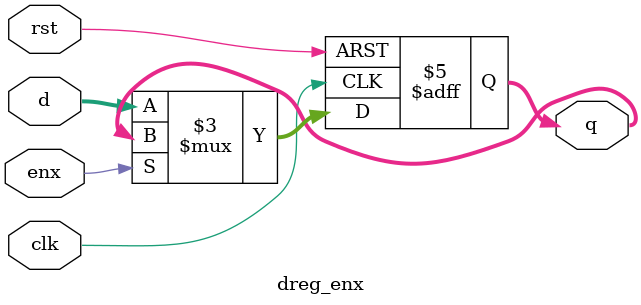
<source format=v>
`timescale 1ns / 1ps

module dreg_enx # (parameter WIDTH = 32) (
        input  wire             clk,
        input  wire             rst,
        input  wire             enx,
        input  wire [WIDTH-1:0] d,
        output reg  [WIDTH-1:0] q
    );

    always @ (posedge clk, posedge rst) begin
        if (rst) q <= 0;
        else if (enx)     q <= q;
        else              q <= d;
    end
endmodule

</source>
